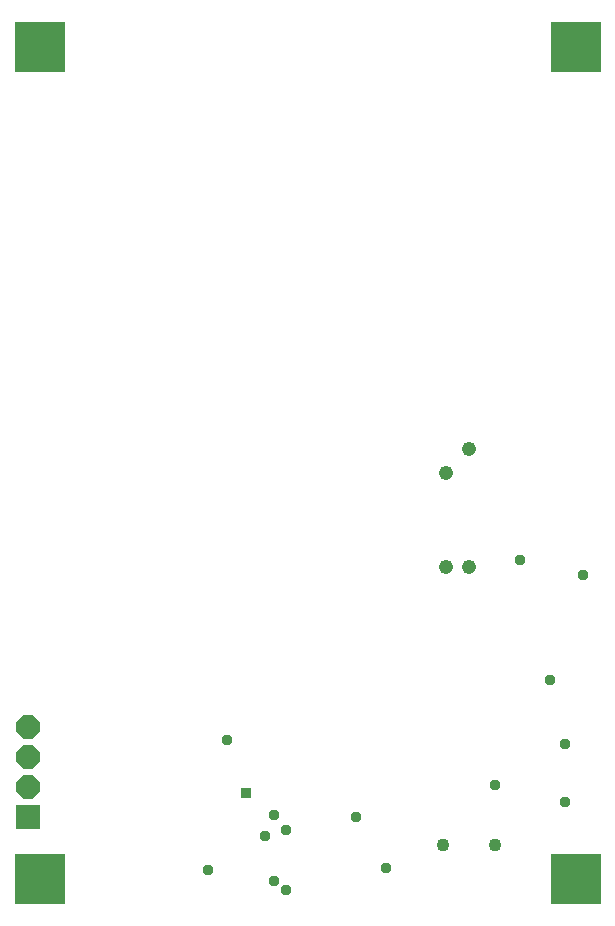
<source format=gbs>
G75*
G70*
%OFA0B0*%
%FSLAX24Y24*%
%IPPOS*%
%LPD*%
%AMOC8*
5,1,8,0,0,1.08239X$1,22.5*
%
%ADD10R,0.0789X0.0789*%
%ADD11OC8,0.0789*%
%ADD12C,0.0434*%
%ADD13C,0.0370*%
%ADD14C,0.0476*%
%ADD15R,0.0370X0.0370*%
%ADD16R,0.1661X0.1661*%
D10*
X001941Y004379D03*
D11*
X001941Y005379D03*
X001941Y006379D03*
X001941Y007379D03*
D12*
X015760Y003457D03*
X017492Y003457D03*
D13*
X017504Y005435D03*
X019817Y004879D03*
X019817Y006817D03*
X019317Y008941D03*
X020441Y012441D03*
X018317Y012941D03*
X012879Y004379D03*
X013879Y002695D03*
X010543Y001963D03*
X010144Y002257D03*
X009817Y003754D03*
X010144Y004457D03*
X010543Y003947D03*
X008567Y006941D03*
X007932Y002629D03*
D14*
X015858Y012709D03*
X016646Y012709D03*
X015858Y015858D03*
X016646Y016646D03*
D15*
X009191Y005191D03*
D16*
X002317Y002317D03*
X020191Y002317D03*
X020191Y030067D03*
X002317Y030067D03*
M02*

</source>
